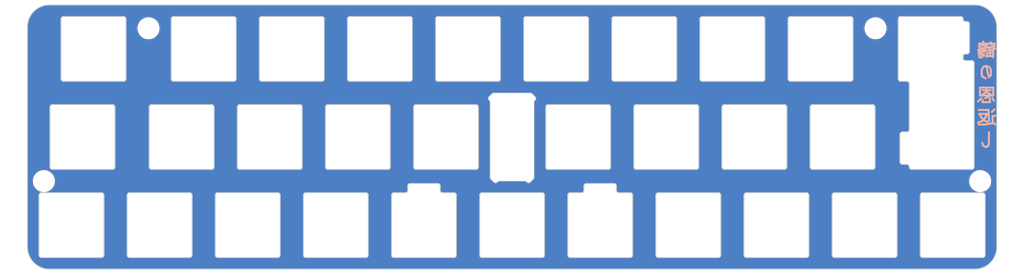
<source format=kicad_pcb>
(kicad_pcb (version 20221018) (generator pcbnew)
  (layers (0 "F.Cu" signal) (31 "B.Cu" signal) (34 "B.Paste" user) (35 "F.Paste" user) (36 "B.SilkS" user "B.Silkscreen") (37 "F.SilkS" user "F.Silkscreen") (38 "B.Mask" user) (39 "F.Mask" user) (44 "Edge.Cuts" user))
  (net 0 "")
  (footprint "MountingHole:MountingHole_4.3mm_M4" (layer "F.Cu") (at 215.837837 58.601934)
    (fp_text reference "REF**" hide)
    (fp_text value "MountingHole_4.3mm_M4")
    (pad "" np_thru_hole circle (at 0 0) (size 4.3 4.3) (drill 4.3) (layers "*.Cu" "*.Mask"))
  )
  (footprint "MountingHole:MountingHole_4.3mm_M4" (layer "F.Cu") (at 36.053009 91.641861)
    (fp_text reference "REF**" hide)
    (fp_text value "MountingHole_4.3mm_M4")
    (pad "" np_thru_hole circle (at 0 0) (size 4.3 4.3) (drill 4.3) (layers "*.Cu" "*.Mask"))
  )
  (footprint "MountingHole:MountingHole_4.3mm_M4" (layer "F.Cu") (at 58.674941 58.601934)
    (fp_text reference "REF**" hide)
    (fp_text value "MountingHole_4.3mm_M4")
    (pad "" np_thru_hole circle (at 0 0) (size 4.3 4.3) (drill 4.3) (layers "*.Cu" "*.Mask"))
  )
  (footprint "MountingHole:MountingHole_4.3mm_M4" (layer "F.Cu") (at 238.459769 91.641861)
    (fp_text reference "REF**" hide)
    (fp_text value "MountingHole_4.3mm_M4")
    (pad "" np_thru_hole circle (at 0 0) (size 4.3 4.3) (drill 4.3) (layers "*.Cu" "*.Mask"))
  )
  (gr_arc (start 64.095434 70.058755) (mid 63.741851 69.91233) (end 63.595434 69.558755) (stroke (width 0.2)) (layer "Edge.Cuts"))
  (gr_line (start 196.657934 75.608755) (end 196.657934 88.608755) (stroke (width 0.2)) (layer "Edge.Cuts"))
  (gr_line (start 183.157934 75.108755) (end 196.157934 75.108755) (stroke (width 0.2)) (layer "Edge.Cuts"))
  (gr_line (start 54.570434 94.158755) (end 67.570434 94.158755) (stroke (width 0.2)) (layer "Edge.Cuts"))
  (gr_arc (start 49.020434 107.658755) (mid 48.874 108.012323) (end 48.520434 108.158755) (stroke (width 0.2)) (layer "Edge.Cuts"))
  (gr_arc (start 225.520434 94.658755) (mid 225.666887 94.30518) (end 226.020434 94.158755) (stroke (width 0.2)) (layer "Edge.Cuts"))
  (gr_line (start 78.382934 75.108755) (end 91.382934 75.108755) (stroke (width 0.2)) (layer "Edge.Cuts"))
  (gr_line (start 133.310614 72.583406) (end 141.230782 72.583406) (stroke (width 0.1)) (layer "Edge.Cuts"))
  (gr_arc (start 92.670434 108.158755) (mid 92.316851 108.01233) (end 92.170434 107.658755) (stroke (width 0.2)) (layer "Edge.Cuts"))
  (gr_arc (start 72.332934 75.108755) (mid 72.686458 75.255223) (end 72.832934 75.608755) (stroke (width 0.2)) (layer "Edge.Cuts"))
  (gr_line (start 164.107934 75.108755) (end 177.107934 75.108755) (stroke (width 0.2)) (layer "Edge.Cuts"))
  (gr_arc (start 177.895434 56.558755) (mid 178.041887 56.20518) (end 178.395434 56.058755) (stroke (width 0.2)) (layer "Edge.Cuts"))
  (gr_arc (start 239.020434 94.158755) (mid 239.373958 94.305223) (end 239.520434 94.658755) (stroke (width 0.2)) (layer "Edge.Cuts"))
  (gr_arc (start 177.107934 75.108755) (mid 177.461458 75.255223) (end 177.607934 75.608755) (stroke (width 0.2)) (layer "Edge.Cuts"))
  (gr_line (start 73.620434 94.158755) (end 86.620434 94.158755) (stroke (width 0.2)) (layer "Edge.Cuts"))
  (gr_arc (start 68.070434 107.658755) (mid 67.923993 108.012287) (end 67.570434 108.158755) (stroke (width 0.2)) (layer "Edge.Cuts"))
  (gr_arc (start 111.220434 94.658755) (mid 111.366887 94.30518) (end 111.720434 94.158755) (stroke (width 0.2)) (layer "Edge.Cuts"))
  (gr_line (start 202.207934 89.108755) (end 215.207934 89.108755) (stroke (width 0.2)) (layer "Edge.Cuts"))
  (gr_arc (start 35.520434 108.158755) (mid 35.166881 108.0123) (end 35.020434 107.658755) (stroke (width 0.2)) (layer "Edge.Cuts"))
  (gr_arc (start 197.445434 70.058755) (mid 197.091851 69.91233) (end 196.945434 69.558755) (stroke (width 0.2)) (layer "Edge.Cuts"))
  (gr_line (start 234.757934 56.558755) (end 234.757934 56.645755) (stroke (width 0.2)) (layer "Edge.Cuts"))
  (gr_line (start 201.420434 94.658755) (end 201.420434 107.658755) (stroke (width 0.2)) (layer "Edge.Cuts"))
  (gr_line (start 49.020434 94.658755) (end 49.020434 107.658755) (stroke (width 0.2)) (layer "Edge.Cuts"))
  (gr_arc (start 215.207934 75.108755) (mid 215.561458 75.255223) (end 215.707934 75.608755) (stroke (width 0.2)) (layer "Edge.Cuts"))
  (gr_line (start 54.570434 108.158755) (end 67.570434 108.158755) (stroke (width 0.2)) (layer "Edge.Cuts"))
  (gr_line (start 210.945434 56.558755) (end 210.945434 69.558755) (stroke (width 0.2)) (layer "Edge.Cuts"))
  (gr_arc (start 187.420434 94.658755) (mid 187.566887 94.30518) (end 187.920434 94.158755) (stroke (width 0.2)) (layer "Edge.Cuts"))
  (gr_arc (start 202.207934 89.108755) (mid 201.854351 88.96233) (end 201.707934 88.608755) (stroke (width 0.2)) (layer "Edge.Cuts"))
  (gr_line (start 168.870434 94.158755) (end 181.870434 94.158755) (stroke (width 0.2)) (layer "Edge.Cuts"))
  (gr_arc (start 153.795434 69.558755) (mid 153.648993 69.912287) (end 153.295434 70.058755) (stroke (width 0.2)) (layer "Edge.Cuts"))
  (gr_arc (start 105.670434 94.158755) (mid 106.023958 94.305223) (end 106.170434 94.658755) (stroke (width 0.2)) (layer "Edge.Cuts"))
  (gr_arc (start 91.382934 75.108755) (mid 91.736458 75.255223) (end 91.882934 75.608755) (stroke (width 0.2)) (layer "Edge.Cuts"))
  (gr_arc (start 242.045434 105.921255) (mid 240.650507 109.288801) (end 237.282934 110.683755) (stroke (width 0.2)) (layer "Edge.Cuts"))
  (gr_line (start 121.245434 56.058755) (end 134.245434 56.058755) (stroke (width 0.2)) (layer "Edge.Cuts"))
  (gr_arc (start 142.033202 90.831002) (mid 141.995157 91.022348) (end 141.886756 91.184555) (stroke (width 0.1)) (layer "Edge.Cuts"))
  (gr_line (start 145.057934 75.108755) (end 158.057934 75.108755) (stroke (width 0.2)) (layer "Edge.Cuts"))
  (gr_line (start 92.170434 94.658755) (end 92.170434 107.658755) (stroke (width 0.2)) (layer "Edge.Cuts"))
  (gr_arc (start 63.595434 56.558755) (mid 63.741893 56.205216) (end 64.095434 56.058755) (stroke (width 0.2)) (layer "Edge.Cuts"))
  (gr_arc (start 78.382934 89.108755) (mid 78.029351 88.96233) (end 77.882934 88.608755) (stroke (width 0.2)) (layer "Edge.Cuts"))
  (gr_line (start 177.895434 56.558755) (end 177.895434 69.558755) (stroke (width 0.2)) (layer "Edge.Cuts"))
  (gr_arc (start 53.282934 56.058755) (mid 53.636488 56.205194) (end 53.782934 56.558755) (stroke (width 0.2)) (layer "Edge.Cuts"))
  (gr_line (start 140.295434 70.058755) (end 153.295434 70.058755) (stroke (width 0.2)) (layer "Edge.Cuts"))
  (gr_arc (start 77.882934 75.608755) (mid 78.029387 75.25518) (end 78.382934 75.108755) (stroke (width 0.2)) (layer "Edge.Cuts"))
  (gr_arc (start 149.320434 94.658755) (mid 149.466887 94.30518) (end 149.820434 94.158755) (stroke (width 0.2)) (layer "Edge.Cuts"))
  (gr_line (start 140.295434 56.058755) (end 153.295434 56.058755) (stroke (width 0.2)) (layer "Edge.Cuts"))
  (gr_line (start 111.720434 108.158755) (end 124.720434 108.158755) (stroke (width 0.2)) (layer "Edge.Cuts"))
  (gr_line (start 92.670434 108.158755) (end 105.670434 108.158755) (stroke (width 0.2)) (layer "Edge.Cuts"))
  (gr_line (start 96.645434 56.558755) (end 96.645434 69.558755) (stroke (width 0.2)) (layer "Edge.Cuts"))
  (gr_arc (start 86.620434 94.158755) (mid 86.973958 94.305223) (end 87.120434 94.658755) (stroke (width 0.2)) (layer "Edge.Cuts"))
  (gr_line (start 132.508194 90.831002) (end 132.508194 74.576452) (stroke (width 0.1)) (layer "Edge.Cuts"))
  (gr_line (start 153.795434 56.558755) (end 153.795434 69.558755) (stroke (width 0.2)) (layer "Edge.Cuts"))
  (gr_line (start 206.970434 94.158755) (end 219.970434 94.158755) (stroke (width 0.2)) (layer "Edge.Cuts"))
  (gr_line (start 125.220434 94.658755) (end 125.220434 107.658755) (stroke (width 0.2)) (layer "Edge.Cuts"))
  (gr_line (start 222.639184 88.021755) (end 221.639184 88.021755) (stroke (width 0.2)) (layer "Edge.Cuts"))
  (gr_arc (start 220.470434 107.658755) (mid 220.323993 108.012287) (end 219.970434 108.158755) (stroke (width 0.2)) (layer "Edge.Cuts"))
  (gr_line (start 177.607934 75.608755) (end 177.607934 88.608755) (stroke (width 0.2)) (layer "Edge.Cuts"))
  (gr_arc (start 111.720434 108.158755) (mid 111.366851 108.01233) (end 111.220434 107.658755) (stroke (width 0.2)) (layer "Edge.Cuts"))
  (gr_line (start 53.782934 56.558755) (end 53.782934 69.558755) (stroke (width 0.2)) (layer "Edge.Cuts"))
  (gr_arc (start 162.820434 94.158755) (mid 163.173958 94.305223) (end 163.320434 94.658755) (stroke (width 0.2)) (layer "Edge.Cuts"))
  (gr_arc (start 158.557934 88.608755) (mid 158.411493 88.962287) (end 158.057934 89.108755) (stroke (width 0.2)) (layer "Edge.Cuts"))
  (gr_line (start 159.820434 93.658755) (end 159.820434 92.658755) (stroke (width 0.2)) (layer "Edge.Cuts"))
  (gr_arc (start 130.770434 108.158755) (mid 130.416851 108.01233) (end 130.270434 107.658755) (stroke (width 0.2)) (layer "Edge.Cuts"))
  (gr_line (start 130.770626 94.158755) (end 143.770434 94.158755) (stroke (width 0.2)) (layer "Edge.Cuts"))
  (gr_line (start 111.220434 94.658755) (end 111.220434 107.658755) (stroke (width 0.2)) (layer "Edge.Cuts"))
  (gr_line (start 221.139184 81.521755) (end 221.139184 87.521755) (stroke (width 0.2)) (layer "Edge.Cuts"))
  (gr_line (start 182.657934 75.608755) (end 182.657934 88.608755) (stroke (width 0.2)) (layer "Edge.Cuts"))
  (gr_arc (start 58.832934 75.608755) (mid 58.979393 75.255216) (end 59.332934 75.108755) (stroke (width 0.2)) (layer "Edge.Cuts"))
  (gr_line (start 134.745434 56.558755) (end 134.745434 69.558755) (stroke (width 0.2)) (layer "Edge.Cuts"))
  (gr_line (start 35.520434 94.158755) (end 48.520434 94.158755) (stroke (width 0.2)) (layer "Edge.Cuts"))
  (gr_line (start 220.470434 94.658755) (end 220.470434 107.658755) (stroke (width 0.2)) (layer "Edge.Cuts"))
  (gr_line (start 64.095434 56.058755) (end 77.095434 56.058755) (stroke (width 0.2)) (layer "Edge.Cuts"))
  (gr_line (start 168.370434 94.658755) (end 168.370434 107.658755) (stroke (width 0.2)) (layer "Edge.Cuts"))
  (gr_arc (start 144.270434 107.658755) (mid 144.123993 108.012287) (end 143.770434 108.158755) (stroke (width 0.2)) (layer "Edge.Cuts"))
  (gr_arc (start 110.932934 88.608755) (mid 110.786493 88.962287) (end 110.432934 89.108755) (stroke (width 0.2)) (layer "Edge.Cuts"))
  (gr_line (start 239.520434 94.658755) (end 239.520434 107.658755) (stroke (width 0.2)) (layer "Edge.Cuts"))
  (gr_arc (start 116.482934 89.108755) (mid 116.129351 88.96233) (end 115.982934 88.608755) (stroke (width 0.2)) (layer "Edge.Cuts"))
  (gr_arc (start 102.195434 70.058755) (mid 101.841851 69.91233) (end 101.695434 69.558755) (stroke (width 0.2)) (layer "Edge.Cuts"))
  (gr_line (start 59.332934 75.108755) (end 72.332934 75.108755) (stroke (width 0.2)) (layer "Edge.Cuts"))
  (gr_line (start 142.274961 73.420478) (end 141.584335 72.729852) (stroke (width 0.1)) (layer "Edge.Cuts"))
  (gr_line (start 83.145434 70.058755) (end 96.145434 70.058755) (stroke (width 0.2)) (layer "Edge.Cuts"))
  (gr_line (start 236.139184 57.645755) (end 236.139184 63.645755) (stroke (width 0.2)) (layer "Edge.Cuts"))
  (gr_line (start 120.745434 56.558755) (end 120.745434 69.558755) (stroke (width 0.2)) (layer "Edge.Cuts"))
  (gr_line (start 145.057934 89.108755) (end 158.057934 89.108755) (stroke (width 0.2)) (layer "Edge.Cuts"))
  (gr_line (start 226.020434 108.158755) (end 239.020434 108.158755) (stroke (width 0.2)) (layer "Edge.Cuts"))
  (gr_arc (start 222.639184 70.058755) (mid 222.992705 70.205211) (end 223.139184 70.558755) (stroke (width 0.2)) (layer "Edge.Cuts"))
  (gr_arc (start 115.982934 75.608755) (mid 116.129387 75.25518) (end 116.482934 75.108755) (stroke (width 0.2)) (layer "Edge.Cuts"))
  (gr_arc (start 83.145434 70.058755) (mid 82.791851 69.91233) (end 82.645434 69.558755) (stroke (width 0.2)) (layer "Edge.Cuts"))
  (gr_arc (start 132.65464 91.184555) (mid 132.546277 91.022334) (end 132.508194 90.831002) (stroke (width 0.1)) (layer "Edge.Cuts"))
  (gr_line (start 115.982934 75.608755) (end 115.982934 88.608755) (stroke (width 0.2)) (layer "Edge.Cuts"))
  (gr_line (start 96.932934 75.608755) (end 96.932934 88.608755) (stroke (width 0.2)) (layer "Edge.Cuts"))
  (gr_line (start 87.120434 94.658755) (end 87.120434 107.658755) (stroke (width 0.2)) (layer "Edge.Cuts"))
  (gr_line (start 77.595434 56.558755) (end 77.595434 69.558755) (stroke (width 0.2)) (layer "Edge.Cuts"))
  (gr_line (start 63.595434 56.558755) (end 63.595434 69.558755) (stroke (width 0.2)) (layer "Edge.Cuts"))
  (gr_arc (start 48.520434 94.158755) (mid 48.873988 94.305194) (end 49.020434 94.658755) (stroke (width 0.2)) (layer "Edge.Cuts"))
  (gr_arc (start 196.945434 56.558755) (mid 197.091887 56.20518) (end 197.445434 56.058755) (stroke (width 0.2)) (layer "Edge.Cuts"))
  (gr_line (start 163.320434 94.658755) (end 163.320434 107.658755) (stroke (width 0.2)) (layer "Edge.Cuts"))
  (gr_arc (start 191.895434 69.558755) (mid 191.748993 69.912287) (end 191.395434 70.058755) (stroke (width 0.2)) (layer "Edge.Cuts"))
  (gr_arc (start 201.420434 107.658755) (mid 201.273993 108.012287) (end 200.920434 108.158755) (stroke (width 0.2)) (layer "Edge.Cuts"))
  (gr_arc (start 96.645434 69.558755) (mid 96.498993 69.912287) (end 96.145434 70.058755) (stroke (width 0.2)) (layer "Edge.Cuts"))
  (gr_line (start 159.345434 56.058755) (end 172.345434 56.058755) (stroke (width 0.2)) (layer "Edge.Cuts"))
  (gr_line (start 158.845434 56.558755) (end 158.845434 69.558755) (stroke (width 0.2)) (layer "Edge.Cuts"))
  (gr_line (start 39.782934 56.558755) (end 39.782934 69.558755) (stroke (width 0.2)) (layer "Edge.Cuts"))
  (gr_line (start 37.401684 75.608755) (end 37.401684 88.608755) (stroke (width 0.2)) (layer "Edge.Cuts"))
  (gr_arc (start 223.639184 89.108755) (mid 223.285628 88.962289) (end 223.139184 88.608755) (stroke (width 0.2)) (layer "Edge.Cuts"))
  (gr_arc (start 50.901684 75.108755) (mid 51.255205 75.255211) (end 51.401684 75.608755) (stroke (width 0.2)) (layer "Edge.Cuts"))
  (gr_line (start 163.607934 75.608755) (end 163.607934 88.608755) (stroke (width 0.2)) (layer "Edge.Cuts"))
  (gr_arc (start 37.257934 110.683755) (mid 33.890338 109.288843) (end 32.495434 105.921255) (stroke (width 0.2)) (layer "Edge.Cuts"))
  (gr_line (start 51.401684 75.608755) (end 51.401684 88.608755) (stroke (width 0.2)) (layer "Edge.Cuts"))
  (gr_arc (start 158.845434 56.558755) (mid 158.991887 56.20518) (end 159.345434 56.058755) (stroke (width 0.2)) (layer "Edge.Cuts"))
  (gr_arc (start 96.932934 75.608755) (mid 97.079387 75.25518) (end 97.432934 75.108755) (stroke (width 0.2)) (layer "Edge.Cuts"))
  (gr_arc (start 163.320434 107.658755) (mid 163.173993 108.012287) (end 162.820434 108.158755) (stroke (width 0.2)) (layer "Edge.Cuts"))
  (gr_arc (start 39.782934 56.558755) (mid 39.929393 56.205216) (end 40.282934 56.058755) (stroke (width 0.2)) (layer "Edge.Cuts"))
  (gr_arc (start 96.145434 56.058755) (mid 96.498958 56.205223) (end 96.645434 56.558755) (stroke (width 0.2)) (layer "Edge.Cuts"))
  (gr_line (start 116.482934 75.108755) (end 129.482934 75.108755) (stroke (width 0.2)) (layer "Edge.Cuts"))
  (gr_line (start 142.033202 74.576452) (end 142.033202 90.831002) (stroke (width 0.1)) (layer "Edge.Cuts"))
  (gr_arc (start 125.220434 107.658755) (mid 125.073993 108.012287) (end 124.720434 108.158755) (stroke (width 0.2)) (layer "Edge.Cuts"))
  (gr_line (start 141.19613 91.875181) (end 141.886756 91.184555) (stroke (width 0.1)) (layer "Edge.Cuts"))
  (gr_arc (start 159.345434 70.058755) (mid 158.991851 69.91233) (end 158.845434 69.558755) (stroke (width 0.2)) (layer "Edge.Cuts"))
  (gr_line (start 197.445434 56.058755) (end 210.445434 56.058755) (stroke (width 0.2)) (layer "Edge.Cuts"))
  (gr_line (start 129.982934 75.608755) (end 129.982934 88.608755) (stroke (width 0.2)) (layer "Edge.Cuts"))
  (gr_line (start 149.820434 108.158755) (end 162.820434 108.158755) (stroke (width 0.2)) (layer "Edge.Cuts"))
  (gr_line (start 115.695434 56.558755) (end 115.695434 69.558755) (stroke (width 0.2)) (layer "Edge.Cuts"))
  (gr_arc (start 163.607934 75.608755) (mid 163.754387 75.25518) (end 164.107934 75.108755) (stroke (width 0.2)) (layer "Edge.Cuts"))
  (gr_arc (start 35.020434 94.658755) (mid 35.166893 94.305216) (end 35.520434 94.158755) (stroke (width 0.2)) (layer "Edge.Cuts"))
  (gr_arc (start 73.120434 94.658755) (mid 73.266887 94.30518) (end 73.620434 94.158755) (stroke (width 0.2)) (layer "Edge.Cuts"))
  (gr_line (start 215.707934 75.608755) (end 215.707934 88.608755) (stroke (width 0.2)) (layer "Edge.Cuts"))
  (gr_arc (start 141.19613 91.875181) (mid 140.842574 92.021742) (end 140.489023 91.875182) (stroke (width 0.1)) (layer "Edge.Cuts"))
  (gr_line (start 237.139184 66.083755) (end 237.139184 88.608755) (stroke (width 0.2)) (layer "Edge.Cuts"))
  (gr_line (start 35.020434 94.658755) (end 35.020434 107.658755) (stroke (width 0.2)) (layer "Edge.Cuts"))
  (gr_arc (start 140.295434 70.058755) (mid 139.941851 69.91233) (end 139.795434 69.558755) (stroke (width 0.2)) (layer "Edge.Cuts"))
  (gr_arc (start 144.557934 75.608755) (mid 144.704387 75.25518) (end 145.057934 75.108755) (stroke (width 0.2)) (layer "Edge.Cuts"))
  (gr_arc (start 181.870434 94.158755) (mid 182.223958 94.305223) (end 182.370434 94.658755) (stroke (width 0.2)) (layer "Edge.Cuts"))
  (gr_arc (start 101.695434 56.558755) (mid 101.841887 56.20518) (end 102.195434 56.058755) (stroke (width 0.2)) (layer "Edge.Cuts"))
  (gr_line (start 92.670434 94.158755) (end 105.670434 94.158755) (stroke (width 0.2)) (layer "Edge.Cuts"))
  (gr_line (start 223.139184 88.608755) (end 223.139184 88.521755) (stroke (width 0.2)) (layer "Edge.Cuts"))
  (gr_arc (start 32.495434 58.296255) (mid 33.890338 54.928658) (end 37.257934 53.533755) (stroke (width 0.2)) (layer "Edge.Cuts"))
  (gr_line (start 77.882934 75.608755) (end 77.882934 88.608755) (stroke (width 0.2)) (layer "Edge.Cuts"))
  (gr_arc (start 221.257934 70.058755) (mid 220.904351 69.91233) (end 220.757934 69.558755) (stroke (width 0.2)) (layer "Edge.Cuts"))
  (gr_line (start 101.695434 56.558755) (end 101.695434 69.558755) (stroke (width 0.2)) (layer "Edge.Cuts"))
  (gr_line (start 54.070434 94.658755) (end 54.070434 107.658755) (stroke (width 0.2)) (layer "Edge.Cuts"))
  (gr_line (start 201.707934 75.608755) (end 201.707934 88.608755) (stroke (width 0.2)) (layer "Edge.Cuts"))
  (gr_line (start 159.345434 70.058755) (end 172.345434 70.058755) (stroke (width 0.2)) (layer "Edge.Cuts"))
  (gr_arc (start 172.845434 69.558755) (mid 172.698993 69.912287) (end 172.345434 70.058755) (stroke (width 0.2)) (layer "Edge.Cuts"))
  (gr_arc (start 152.820434 93.658755) (mid 152.673993 94.012287) (end 152.320434 94.158755) (stroke (width 0.2)) (layer "Edge.Cuts"))
  (gr_line (start 196.945434 56.558755) (end 196.945434 69.558755) (stroke (width 0.2)) (layer "Edge.Cuts"))
  (gr_line (start 35.520434 108.158755) (end 48.520434 108.158755) (stroke (width 0.2)) (layer "Edge.Cuts"))
  (gr_line (start 140.393709 91.779868) (end 140.489023 91.875182) (stroke (width 0.1)) (layer "Edge.Cuts"))
  (gr_arc (start 221.139184 81.521755) (mid 221.28561 81.168169) (end 221.639184 81.021755) (stroke (width 0.2)) (layer "Edge.Cuts"))
  (gr_arc (start 177.607934 88.608755) (mid 177.461493 88.962287) (end 177.107934 89.108755) (stroke (width 0.2)) (layer "Edge.Cuts"))
  (gr_line (start 134.147684 91.779852) (end 134.052373 91.875167) (stroke (width 0.1)) (layer "Edge.Cuts"))
  (gr_line (start 130.770626 108.158755) (end 143.770434 108.158755) (stroke (width 0.2)) (layer "Edge.Cuts"))
  (gr_arc (start 132.957061 72.729852) (mid 133.119269 72.621458) (end 133.310614 72.583406) (stroke (width 0.1)) (layer "Edge.Cuts"))
  (gr_arc (start 132.266434 74.127585) (mid 132.119926 73.77402) (end 132.266435 73.420478) (stroke (width 0.1)) (layer "Edge.Cuts"))
  (gr_arc (start 37.901684 89.108755) (mid 37.548134 88.962312) (end 37.401684 88.608755) (stroke (width 0.2)) (layer "Edge.Cuts"))
  (gr_line (start 178.395434 70.058755) (end 191.395434 70.058755) (stroke (width 0.2)) (layer "Edge.Cuts"))
  (gr_arc (start 142.033202 74.576452) (mid 142.071267 74.38511) (end 142.179649 74.222898) (stroke (width 0.1)) (layer "Edge.Cuts"))
  (gr_line (start 83.145434 56.058755) (end 96.145434 56.058755) (stroke (width 0.2)) (layer "Edge.Cuts"))
  (gr_arc (start 134.147684 91.779852) (mid 134.309903 91.671473) (end 134.501246 91.633399) (stroke (width 0.1)) (layer "Edge.Cuts"))
  (gr_arc (start 129.982934 88.608755) (mid 129.836493 88.962287) (end 129.482934 89.108755) (stroke (width 0.2)) (layer "Edge.Cuts"))
  (gr_arc (start 235.257934 65.583755) (mid 234.904381 65.4373) (end 234.757934 65.083755) (stroke (width 0.2)) (layer "Edge.Cuts"))
  (gr_arc (start 53.782934 69.558755) (mid 53.6365 69.912323) (end 53.282934 70.058755) (stroke (width 0.2)) (layer "Edge.Cuts"))
  (gr_arc (start 121.220434 92.158755) (mid 121.573958 92.305223) (end 121.720434 92.658755) (stroke (width 0.2)) (layer "Edge.Cuts"))
  (gr_line (start 37.901684 89.108755) (end 50.901684 89.108755) (stroke (width 0.2)) (layer "Edge.Cuts"))
  (gr_line (start 152.820434 93.658755) (end 152.820434 92.658755) (stroke (width 0.2)) (layer "Edge.Cuts"))
  (gr_line (start 40.282934 70.058755) (end 53.282934 70.058755) (stroke (width 0.2)) (layer "Edge.Cuts"))
  (gr_arc (start 239.520434 107.658755) (mid 239.373993 108.012287) (end 239.020434 108.158755) (stroke (width 0.2)) (layer "Edge.Cuts"))
  (gr_arc (start 236.139184 63.645755) (mid 235.992747 63.999305) (end 235.639184 64.145755) (stroke (width 0.2)) (layer "Edge.Cuts"))
  (gr_arc (start 206.970434 108.158755) (mid 206.616851 108.01233) (end 206.470434 107.658755) (stroke (width 0.2)) (layer "Edge.Cuts"))
  (gr_line (start 172.845434 56.558755) (end 172.845434 69.558755) (stroke (width 0.2)) (layer "Edge.Cuts"))
  (gr_arc (start 237.139184 88.608755) (mid 236.992747 88.962305) (end 236.639184 89.108755) (stroke (width 0.2)) (layer "Edge.Cuts"))
  (gr_line (start 37.901684 75.108755) (end 50.901684 75.108755) (stroke (width 0.2)) (layer "Edge.Cuts"))
  (gr_line (start 182.370434 94.658755) (end 182.370434 107.658755) (stroke (width 0.2)) (layer "Edge.Cuts"))
  (gr_arc (start 235.639184 57.145755) (mid 235.992734 57.292182) (end 236.139184 57.645755) (stroke (width 0.2)) (layer "Edge.Cuts"))
  (gr_arc (start 236.639184 65.583755) (mid 236.992734 65.730182) (end 237.139184 66.083755) (stroke (width 0.2)) (layer "Edge.Cuts"))
  (gr_arc (start 141.230782 72.583406) (mid 141.422135 72.621445) (end 141.584335 72.729852) (stroke (width 0.1)) (layer "Edge.Cuts"))
  (gr_arc (start 114.720434 93.658755) (mid 114.573993 94.012287) (end 114.220434 94.158755) (stroke (width 0.2)) (layer "Edge.Cuts"))
  (gr_arc (start 106.170434 107.658755) (mid 106.023993 108.012287) (end 105.670434 108.158755) (stroke (width 0.2)) (layer "Edge.Cuts"))
  (gr_arc (start 51.401684 88.608755) (mid 51.255247 88.962305) (end 50.901684 89.108755) (stroke (width 0.2)) (layer "Edge.Cuts"))
  (gr_line (start 32.495434 105.921255) (end 32.495434 58.296255) (stroke (width 0.2)) (layer "Edge.Cuts"))
  (gr_arc (start 121.245434 70.058755) (mid 120.891851 69.91233) (end 120.745434 69.558755) (stroke (width 0.2)) (layer "Edge.Cuts"))
  (gr_line (start 235.639184 64.145755) (end 235.257934 64.145755) (stroke (width 0.2)) (layer "Edge.Cuts"))
  (gr_line (start 132.361747 74.222898) (end 132.266434 74.127585) (stroke (width 0.1)) (layer "Edge.Cuts"))
  (gr_line (start 178.395434 56.058755) (end 191.395434 56.058755) (stroke (width 0.2)) (layer "Edge.Cuts"))
  (gr_arc (start 168.370434 94.658755) (mid 168.516887 94.30518) (end 168.870434 94.158755) (stroke (width 0.2)) (layer "Edge.Cuts"))
  (gr_arc (start 114.720434 92.658755) (mid 114.866887 92.30518) (end 115.220434 92.158755) (stroke (width 0.2)) (layer "Edge.Cuts"))
  (gr_arc (start 223.139184 80.521755) (mid 222.992717 80.875276) (end 222.639184 81.021755) (stroke (width 0.2)) (layer "Edge.Cuts"))
  (gr_arc (start 210.445434 56.058755) (mid 210.798958 56.205223) (end 210.945434 56.558755) (stroke (width 0.2)) (layer "Edge.Cuts"))
  (gr_arc (start 226.020434 108.158755) (mid 225.666851 108.01233) (end 225.520434 107.658755) (stroke (width 0.2)) (layer "Edge.Cuts"))
  (gr_arc (start 134.245434 56.058755) (mid 134.598958 56.205223) (end 134.745434 56.558755) (stroke (width 0.2)) (layer "Edge.Cuts"))
  (gr_arc (start 129.482934 75.108755) (mid 129.836458 75.255223) (end 129.982934 75.608755) (stroke (width 0.2)) (layer "Edge.Cuts"))
  (gr_line (start 222.639184 81.021755) (end 221.639184 81.021755) (stroke (width 0.2)) (layer "Edge.Cuts"))
  (gr_arc (start 235.257934 57.145755) (mid 234.904381 56.9993) (end 234.757934 56.645755) (stroke (width 0.2)) (layer "Edge.Cuts"))
  (gr_line (start 110.932934 75.608755) (end 110.932934 88.608755) (stroke (width 0.2)) (layer "Edge.Cuts"))
  (gr_arc (start 172.345434 56.058755) (mid 172.698958 56.205223) (end 172.845434 56.558755) (stroke (width 0.2)) (layer "Edge.Cuts"))
  (gr_line (start 158.557934 75.608755) (end 158.557934 88.608755) (stroke (width 0.2)) (layer "Edge.Cuts"))
  (gr_line (start 72.832934 75.608755) (end 72.832934 88.608755) (stroke (width 0.2)) (layer "Edge.Cuts"))
  (gr_arc (start 77.095434 56.058755) (mid 77.448958 56.205223) (end 77.595434 56.558755) (stroke (width 0.2)) (layer "Edge.Cuts"))
  (gr_arc (start 182.370434 107.658755) (mid 182.223993 108.012287) (end 181.870434 108.158755) (stroke (width 0.2)) (layer "Edge.Cuts"))
  (gr_line (start 73.120434 94.658755) (end 73.120434 107.658755) (stroke (width 0.2)) (layer "Edge.Cuts"))
  (gr_line (start 130.270434 94.658755) (end 130.270434 107.658755) (stroke (width 0.2)) (layer "Edge.Cuts"))
  (gr_arc (start 215.707934 88.608755) (mid 215.561493 88.962287) (end 215.207934 89.108755) (stroke (width 0.2)) (layer "Edge.Cuts"))
  (gr_line (start 149.820434 94.158755) (end 152.320434 94.158755) (stroke (width 0.2)) (layer "Edge.Cuts"))
  (gr_arc (start 200.920434 94.158755) (mid 201.273958 94.305223) (end 201.420434 94.658755) (stroke (width 0.2)) (layer "Edge.Cuts"))
  (gr_arc (start 168.870434 108.158755) (mid 168.516851 108.01233) (end 168.370434 107.658755) (stroke (width 0.2)) (layer "Edge.Cuts"))
  (gr_arc (start 210.945434 69.558755) (mid 210.798993 69.912287) (end 210.445434 70.058755) (stroke (width 0.2)) (layer "Edge.Cuts"))
  (gr_line (start 235.639184 57.145755) (end 235.257934 57.145755) (stroke (width 0.2)) (layer "Edge.Cuts"))
  (gr_line (start 226.020434 94.158755) (end 239.020434 94.158755) (stroke (width 0.2)) (layer "Edge.Cuts"))
  (gr_line (start 206.970434 108.158755) (end 219.970434 108.158755) (stroke (width 0.2)) (layer "Edge.Cuts"))
  (gr_line (start 102.195434 56.058755) (end 115.195434 56.058755) (stroke (width 0.2)) (layer "Edge.Cuts"))
  (gr_line (start 37.257934 110.683755) (end 237.282934 110.683755) (stroke (width 0.2)) (layer "Edge.Cuts"))
  (gr_arc (start 159.320434 92.158755) (mid 159.673958 92.305223) (end 159.820434 92.658755) (stroke (width 0.2)) (layer "Edge.Cuts"))
  (gr_arc (start 206.470434 94.658755) (mid 206.616887 94.30518) (end 206.970434 94.158755) (stroke (width 0.2)) (layer "Edge.Cuts"))
  (gr_arc (start 59.332934 89.108755) (mid 58.979381 88.9623) (end 58.832934 88.608755) (stroke (width 0.2)) (layer "Edge.Cuts"))
  (gr_line (start 68.070434 94.658755) (end 68.070434 107.658755) (stroke (width 0.2)) (layer "Edge.Cuts"))
  (gr_arc (start 110.432934 75.108755) (mid 110.786458 75.255223) (end 110.932934 75.608755) (stroke (width 0.2)) (layer "Edge.Cuts"))
  (gr_line (start 64.095434 70.058755) (end 77.095434 70.058755) (stroke (width 0.2)) (layer "Edge.Cuts"))
  (gr_line (start 187.920434 108.158755) (end 200.920434 108.158755) (stroke (width 0.2)) (layer "Edge.Cuts"))
  (gr_arc (start 67.570434 94.158755) (mid 67.923958 94.305223) (end 68.070434 94.658755) (stroke (width 0.2)) (layer "Edge.Cuts"))
  (gr_arc (start 120.745434 56.558755) (mid 120.891887 56.20518) (end 121.245434 56.058755) (stroke (width 0.2)) (layer "Edge.Cuts"))
  (gr_line (start 221.257934 56.058755) (end 234.257934 56.058755) (stroke (width 0.2)) (layer "Edge.Cuts"))
  (gr_line (start 121.245434 70.058755) (end 134.245434 70.058755) (stroke (width 0.2)) (layer "Edge.Cuts"))
  (gr_arc (start 219.970434 94.158755) (mid 220.323958 94.305223) (end 220.470434 94.658755) (stroke (width 0.2)) (layer "Edge.Cuts"))
  (gr_line (start 106.170434 94.658755) (end 106.170434 107.658755) (stroke (width 0.2)) (layer "Edge.Cuts"))
  (gr_line (start 140.040157 91.633421) (end 134.501246 91.633399) (stroke (width 0.1)) (layer "Edge.Cuts"))
  (gr_arc (start 201.707934 75.608755) (mid 201.854387 75.25518) (end 202.207934 75.108755) (stroke (width 0.2)) (layer "Edge.Cuts"))
  (gr_arc (start 196.157934 75.108755) (mid 196.511458 75.255223) (end 196.657934 75.608755) (stroke (width 0.2)) (layer "Edge.Cuts"))
  (gr_line (start 183.157934 89.108755) (end 196.157934 89.108755) (stroke (width 0.2)) (layer "Edge.Cuts"))
  (gr_arc (start 134.052373 91.875167) (mid 133.698804 92.021616) (end 133.345259 91.875174) (stroke (width 0.1)) (layer "Edge.Cuts"))
  (gr_arc (start 158.057934 75.108755) (mid 158.411458 75.255223) (end 158.557934 75.608755) (stroke (width 0.2)) (layer "Edge.Cuts"))
  (gr_line (start 197.445434 70.058755) (end 210.445434 70.058755) (stroke (width 0.2)) (layer "Edge.Cuts"))
  (gr_line (start 160.320434 94.158755) (end 162.820434 94.158755) (stroke (width 0.2)) (layer "Edge.Cuts"))
  (gr_line (start 59.332934 89.108755) (end 72.332934 89.108755) (stroke (width 0.2)) (layer "Edge.Cuts"))
  (gr_arc (start 77.595434 69.558755) (mid 77.448993 69.912287) (end 77.095434 70.058755) (stroke (width 0.2)) (layer "Edge.Cuts"))
  (gr_line (start 223.139184 70.558755) (end 223.139184 80.521755) (stroke (width 0.2)) (layer "Edge.Cuts"))
  (gr_line (start 111.720434 94.158755) (end 114.220434 94.158755) (stroke (width 0.2)) (layer "Edge.Cuts"))
  (gr_line (start 144.557934 75.608755) (end 144.557934 88.608755) (stroke (width 0.2)) (layer "Edge.Cuts"))
  (gr_arc (start 40.282934 70.058755) (mid 39.929381 69.9123) (end 39.782934 69.558755) (stroke (width 0.2)) (layer "Edge.Cuts"))
  (gr_line (start 187.420434 94.658755) (end 187.420434 107.658755) (stroke (width 0.2)) (layer "Edge.Cuts"))
  (gr_arc (start 91.882934 88.608755) (mid 91.736493 88.962287) (end 91.382934 89.108755) (stroke (width 0.2)) (layer "Edge.Cuts"))
  (gr_arc (start 140.040157 91.633421) (mid 140.231495 91.671494) (end 140.393709 91.779868) (stroke (width 0.1)) (layer "Edge.Cuts"))
  (gr_line (start 202.207934 75.108755) (end 215.207934 75.108755) (stroke (width 0.2)) (layer "Edge.Cuts"))
  (gr_arc (start 122.220434 94.158755) (mid 121.866881 94.0123) (end 121.720434 93.658755) (stroke (width 0.2)) (layer "Edge.Cuts"))
  (gr_arc (start 130.270434 94.658755) (mid 130.416887 94.30518) (end 130.770434 94.158755) (stroke (width 0.2)) (layer "Edge.Cuts"))
  (gr_line (start 102.195434 70.058755) (end 115.195434 70.058755) (stroke (width 0.2)) (layer "Edge.Cuts"))
  (gr_arc (start 196.657934 88.608755) (mid 196.511493 88.962287) (end 196.157934 89.108755) (stroke (width 0.2)) (layer "Edge.Cuts"))
  (gr_arc (start 182.657934 75.608755) (mid 182.804387 75.25518) (end 183.157934 75.108755) (stroke (width 0.2)) (layer "Edge.Cuts"))
  (gr_arc (start 54.570434 108.158755) (mid 54.216881 108.0123) (end 54.070434 107.658755) (stroke (width 0.2)) (layer "Edge.Cuts"))
  (gr_arc (start 221.639184 88.021755) (mid 221.285628 87.875289) (end 221.139184 87.521755) (stroke (width 0.2)) (layer "Edge.Cuts"))
  (gr_line (start 73.620434 108.158755) (end 86.620434 108.158755) (stroke (width 0.2)) (layer "Edge.Cuts"))
  (gr_arc (start 183.157934 89.108755) (mid 182.804351 88.96233) (end 182.657934 88.608755) (stroke (width 0.2)) (layer "Edge.Cuts"))
  (gr_line (start 40.282934 56.058755) (end 53.282934 56.058755) (stroke (width 0.2)) (layer "Edge.Cuts"))
  (gr_line (start 164.107934 89.108755) (end 177.107934 89.108755) (stroke (width 0.2)) (layer "Edge.Cuts"))
  (gr_arc (start 222.639184 88.021755) (mid 222.992705 88.168211) (end 223.139184 88.521755) (stroke (width 0.2)) (layer "Edge.Cuts"))
  (gr_line (start 116.482934 89.108755) (end 129.482934 89.108755) (stroke (width 0.2)) (layer "Edge.Cuts"))
  (gr_arc (start 87.120434 107.658755) (mid 86.973993 108.012287) (end 86.620434 108.158755) (stroke (width 0.2)) (layer "Edge.Cuts"))
  (gr_arc (start 73.620434 108.158755) (mid 73.266851 108.01233) (end 73.120434 107.658755) (stroke (width 0.2)) (layer "Edge.Cuts"))
  (gr_arc (start 234.757934 64.645755) (mid 234.904357 64.292151) (end 235.257934 64.145755) (stroke (width 0.2)) (layer "Edge.Cuts"))
  (gr_arc (start 220.757934 56.558755) (mid 220.904387 56.20518) (end 221.257934 56.058755) (stroke (width 0.2)) (layer "Edge.Cuts"))
  (gr_line (start 82.645434 56.558755) (end 82.645434 69.558755) (stroke (width 0.2)) (layer "Edge.Cuts"))
  (gr_arc (start 132.361747 74.222898) (mid 132.470131 74.385109) (end 132.508194 74.576452) (stroke (width 0.1)) (layer "Edge.Cuts"))
  (gr_line (start 114.720434 93.658755) (end 114.720434 92.658755) (stroke (width 0.2)) (layer "Edge.Cuts"))
  (gr_arc (start 134.745434 69.558755) (mid 134.598993 69.912287) (end 134.245434 70.058755) (stroke (width 0.2)) (layer "Edge.Cuts"))
  (gr_line (start 97.432934 75.108755) (end 110.432934 75.108755) (stroke (width 0.2)) (layer "Edge.Cuts"))
  (gr_arc (start 139.795434 56.558755) (mid 139.941887 56.20518) (end 140.295434 56.058755) (stroke (width 0.2)) (layer "Edge.Cuts"))
  (gr_arc (start 37.401684 75.608755) (mid 37.54811 75.255169) (end 37.901684 75.108755) (stroke (width 0.2)) (layer "Edge.Cuts"))
  (gr_arc (start 115.195434 56.058755) (mid 115.548958 56.205223) (end 115.695434 56.558755) (stroke (width 0.2)) (layer "Edge.Cuts"))
  (gr_arc (start 152.820434 92.658755) (mid 152.966887 92.30518) (end 153.320434 92.158755) (stroke (width 0.2)) (layer "Edge.Cuts"))
  (gr_arc (start 153.295434 56.058755) (mid 153.648958 56.205223) (end 153.795434 56.558755) (stroke (width 0.2)) (layer "Edge.Cuts"))
  (gr_line (start 122.220434 94.158755) (end 124.720434 94.158755) (stroke (width 0.2)) (layer "Edge.Cuts"))
  (gr_line (start 121.720434 93.658755) (end 121.720434 92.658755) (stroke (width 0.2)) (layer "Edge.Cuts"))
  (gr_line (start 132.266435 73.420478) (end 132.957061 72.729852) (stroke (width 0.1)) (layer "Edge.Cuts"))
  (gr_arc (start 143.770434 94.158755) (mid 144.123958 94.305223) (end 144.270434 94.658755) (stroke (width 0.2)) (layer "Edge.Cuts"))
  (gr_arc (start 82.645434 56.558755) (mid 82.791887 56.20518) (end 83.145434 56.058755) (stroke (width 0.2)) (layer "Edge.Cuts"))
  (gr_line (start 91.882934 75.608755) (end 91.882934 88.608755) (stroke (width 0.2)) (layer "Edge.Cuts"))
  (gr_line (start 223.639184 89.108755) (end 236.639184 89.108755) (stroke (width 0.2)) (layer "Edge.Cuts"))
  (gr_arc (start 187.920434 108.158755) (mid 187.566851 108.01233) (end 187.420434 107.658755) (stroke (width 0.2)) (layer "Edge.Cuts"))
  (gr_line (start 220.757934 56.558755) (end 220.757934 69.558755) (stroke (width 0.2)) (layer "Edge.Cuts"))
  (gr_arc (start 72.832934 88.608755) (mid 72.686493 88.962287) (end 72.332934 89.108755) (stroke (width 0.2)) (layer "Edge.Cuts"))
  (gr_arc (start 160.320434 94.158755) (mid 159.966881 94.0123) (end 159.820434 93.658755) (stroke (width 0.2)) (layer "Edge.Cuts"))
  (gr_line (start 142.179649 74.222898) (end 142.274962 74.127585) (stroke (width 0.1)) (layer "Edge.Cuts"))
  (gr_line (start 221.257934 70.058755) (end 222.639184 70.058755) (stroke (width 0.2)) (layer "Edge.Cuts"))
  (gr_line (start 234.757934 64.645755) (end 234.757934 65.083755) (stroke (width 0.2)) (layer "Edge.Cuts"))
  (gr_arc (start 145.057934 89.108755) (mid 144.704351 88.96233) (end 144.557934 88.608755) (stroke (width 0.2)) (layer "Edge.Cuts"))
  (gr_line (start 144.270434 94.658755) (end 144.270434 107.658755) (stroke (width 0.2)) (layer "Edge.Cuts"))
  (gr_line (start 236.639184 65.583755) (end 235.257934 65.583755) (stroke (width 0.2)) (layer "Edge.Cuts"))
  (gr_line (start 242.045434 105.921255) (end 242.045434 58.296255) (stroke (width 0.2)) (layer "Edge.Cuts"))
  (gr_line (start 78.382934 89.108755) (end 91.382934 89.108755) (stroke (width 0.2)) (layer "Edge.Cuts"))
  (gr_arc (start 191.395434 56.058755) (mid 191.748958 56.205223) (end 191.895434 56.558755) (stroke (width 0.2)) (layer "Edge.Cuts"))
  (gr_line (start 149.320434 94.658755) (end 149.320434 107.658755) (stroke (width 0.2)) (layer "Edge.Cuts"))
  (gr_line (start 97.432934 89.108755) (end 110.432934 89.108755) (stroke (width 0.2)) (layer "Edge.Cuts"))
  (gr_arc (start 149.820434 108.158755) (mid 149.466851 108.01233) (end 149.320434 107.658755) (stroke (width 0.2)) (layer "Edge.Cuts"))
  (gr_arc (start 115.695434 69.558755) (mid 115.548993 69.912287) (end 115.195434 70.058755) (stroke (width 0.2)) (layer "Edge.Cuts"))
  (gr_line (start 139.795434 56.558755) (end 139.795434 69.558755) (stroke (width 0.2)) (layer "Edge.Cuts"))
  (gr_line (start 187.920434 94.158755) (end 200.920434 94.158755) (stroke (width 0.2)) (layer "Edge.Cuts"))
  (gr_arc (start 142.274961 73.420478) (mid 142.42137 73.77402) (end 142.274962 74.127585) (stroke (width 0.1)) (layer "Edge.Cuts"))
  (gr_line (start 37.257934 53.533755) (end 237.282934 53.533755) (stroke (width 0.2)) (layer "Edge.Cuts"))
  (gr_arc (start 237.282934 53.533755) (mid 240.65053 54.928651) (end 242.045434 58.296255) (stroke (width 0.2)) (layer "Edge.Cuts"))
  (gr_line (start 225.520434 94.658755) (end 225.520434 107.658755) (stroke (width 0.2)) (layer "Edge.Cuts"))
  (gr_arc (start 97.432934 89.108755) (mid 97.079351 88.96233) (end 96.932934 88.608755) (stroke (width 0.2)) (layer "Edge.Cuts"))
  (gr_line (start 133.345259 91.875174) (end 132.65464 91.184555) (stroke (width 0.1)) (layer "Edge.Cuts"))
  (gr_line (start 121.220434 92.158755) (end 115.220434 92.158755) (stroke (width 0.2)) (layer "Edge.Cuts"))
  (gr_line (start 168.870434 108.158755) (end 181.870434 108.158755) (stroke (width 0.2)) (layer "Edge.Cuts"))
  (gr_line (start 58.832934 75.608755) (end 58.832934 88.608755) (stroke (width 0.2)) (layer "Edge.Cuts"))
  (gr_arc (start 164.107934 89.108755) (mid 163.754351 88.96233) (end 163.607934 88.608755) (stroke (width 0.2)) (layer "Edge.Cuts"))
  (gr_line (start 206.470434 94.658755) (end 206.470434 107.658755) (stroke (width 0.2)) (layer "Edge.Cuts"))
  (gr_arc (start 92.170434 94.658755) (mid 92.316887 94.30518) (end 92.670434 94.158755) (stroke (width 0.2)) (layer "Edge.Cuts"))
  (gr_arc (start 124.720434 94.158755) (mid 125.073958 94.305223) (end 125.220434 94.658755) (stroke (width 0.2)) (layer "Edge.Cuts"))
  (gr_arc (start 54.070434 94.658755) (mid 54.216893 94.305216) (end 54.570434 94.158755) (stroke (width 0.2)) (layer "Edge.Cuts"))
  (gr_line (start 159.320434 92.158755) (end 153.320434 92.158755) (stroke (width 0.2)) (layer "Edge.Cuts"))
  (gr_arc (start 178.395434 70.058755) (mid 178.041851 69.91233) (end 177.895434 69.558755) (stroke (width 0.2)) (layer "Edge.Cuts"))
  (gr_arc (start 234.257934 56.058755) (mid 234.611458 56.205223) (end 234.757934 56.558755) (stroke (width 0.2)) (layer "Edge.Cuts"))
  (gr_line (start 191.895434 56.558755) (end 191.895434 69.558755) (stroke (width 0.2)) (layer "Edge.Cuts"))
  (gr_text "鶴\nの\n恩\n返\nし" (at 239.777367 84.61535) (layer "B.SilkS") (effects (font (size 3 3) (thickness 0.45)) (justify bottom mirror)))
  (zone (net 0) (net_name "") (layers "F&B.Cu") (connect_pads (clearance 0.127)) (min_thickness 0.127) (fill yes (thermal_gap 0.5) (thermal_bridge_width 0.5) (island_removal_mode 1) (island_area_min 10))
    (polygon (pts (xy 31.448538 52.486871) (xy 243.380322 52.486871) (xy 243.380322 111.720614) (xy 31.448538 111.720614)))
  )
)
</source>
